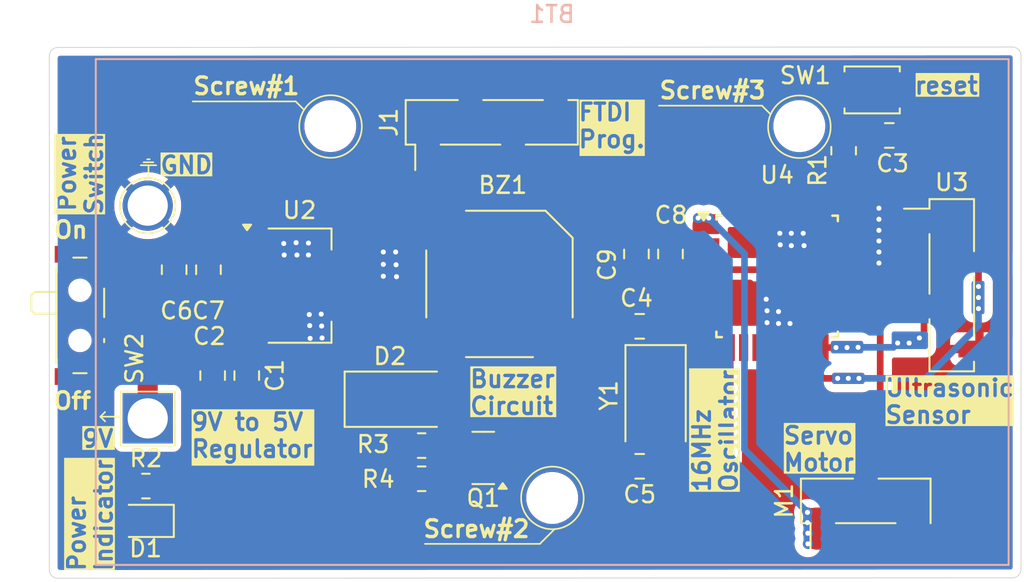
<source format=kicad_pcb>
(kicad_pcb (version 20240108) (generator "pcbnew") (generator_version "8.0")
  (layers (0 "F.Cu" signal) (31 "B.Cu" signal) (34 "B.Paste" user) (35 "F.Paste" user) (36 "B.SilkS" user "B.Silkscreen") (37 "F.SilkS" user "F.Silkscreen") (38 "B.Mask" user) (39 "F.Mask" user) (44 "Edge.Cuts" user))
  (net 0 "")
  (net 1 "Net-(BT1-+)")
  (net 2 "GND")
  (net 3 "+5V")
  (net 4 "+9V")
  (net 5 "/reset")
  (net 6 "/osc1")
  (net 7 "/osc2")
  (net 8 "Net-(D1-A)")
  (net 9 "/RX_FTDI")
  (net 10 "/TX_FTDI")
  (net 11 "/Servo_PWM")
  (net 13 "/ultrasonic_trig")
  (net 14 "/ultrasonic_echo")
  (net 32 "Net-(BZ1--)")
  (net 33 "Net-(Q1-B)")
  (net 34 "/Buzzer_PWM")
  (footprint "Capacitor_SMD:C_0805_2012Metric" (layer "F.Cu") (at 69.1388 51.369 -90)
    (property "Reference" "C1" (at 0 -1.68 90) (layer "F.SilkS"))
    (property "Value" "100n")
    (fp_line (start -0.261252 0.735) (end 0.261252 0.735) (stroke (width 0.12)) (layer "F.SilkS"))
    (fp_line (start -0.261252 -0.735) (end 0.261252 -0.735) (stroke (width 0.12)) (layer "F.SilkS"))
    (pad "1" smd roundrect (at -0.95 0 270) (size 1 1.45) (layers "F.Cu" "F.Paste" "F.Mask") (net 4 "+9V"))
    (pad "2" smd roundrect (at 0.95 0 270) (size 1 1.45) (layers "F.Cu" "F.Paste" "F.Mask") (net 2 "GND"))
  )
  (footprint "Capacitor_SMD:C_0805_2012Metric" (layer "F.Cu") (at 66.8528 45.0494 90)
    (property "Reference" "C7" (at -2.4486 0 180) (layer "F.SilkS"))
    (property "Value" "100n")
    (fp_line (start -0.261252 -0.735) (end 0.261252 -0.735) (stroke (width 0.12)) (layer "F.SilkS"))
    (fp_line (start -0.261252 0.735) (end 0.261252 0.735) (stroke (width 0.12)) (layer "F.SilkS"))
    (pad "1" smd roundrect (at -0.95 0 90) (size 1 1.45) (layers "F.Cu" "F.Paste" "F.Mask") (net 3 "+5V"))
    (pad "2" smd roundrect (at 0.95 0 90) (size 1 1.45) (layers "F.Cu" "F.Paste" "F.Mask") (net 2 "GND"))
  )
  (footprint "Resistor_SMD:R_0805_2012Metric" (layer "F.Cu") (at 63.1186 57.9664)
    (property "Reference" "R2" (at 0 -1.65 0) (layer "F.SilkS"))
    (property "Value" "1K")
    (fp_line (start -0.227064 -0.735) (end 0.227064 -0.735) (stroke (width 0.12)) (layer "F.SilkS"))
    (fp_line (start -0.227064 0.735) (end 0.227064 0.735) (stroke (width 0.12)) (layer "F.SilkS"))
    (pad "1" smd roundrect (at -0.9125 0) (size 1.025 1.4) (layers "F.Cu" "F.Paste" "F.Mask") (roundrect_rratio 0.243902) (net 8 "Net-(D1-A)"))
    (pad "2" smd roundrect (at 0.9125 0) (size 1.025 1.4) (layers "F.Cu" "F.Paste" "F.Mask") (roundrect_rratio 0.243902) (net 3 "+5V"))
  )
  (footprint "Connector_PinHeader_2.54mm:PinHeader_1x03_P2.54mm_Vertical_SMD_Pin1Left" (layer "F.Cu") (at 106.0958 58.8518 90)
    (property "Reference" "M1" (at 0 -4.87 90) (layer "F.SilkS"))
    (property "Value" "Motor_Servo")
    (fp_line (start 1.33 -3.87) (end 1.33 -0.76) (stroke (width 0.12)) (layer "F.SilkS"))
    (fp_line (start -1.33 -3.87) (end 1.33 -3.87) (stroke (width 0.12)) (layer "F.SilkS"))
    (fp_line (start -1.33 -3.87) (end -1.33 -3.3) (stroke (width 0.12)) (layer "F.SilkS"))
    (fp_line (start -1.33 -3.3) (end -2.85 -3.3) (stroke (width 0.12)) (layer "F.SilkS"))
    (fp_line (start -1.33 -1.78) (end -1.33 1.78) (stroke (width 0.12)) (layer "F.SilkS"))
    (fp_line (start 1.33 0.76) (end 1.33 3.87) (stroke (width 0.12)) (layer "F.SilkS"))
    (fp_line (start 1.33 3.3) (end 1.33 3.87) (stroke (width 0.12)) (layer "F.SilkS"))
    (fp_line (start -1.33 3.87) (end 1.33 3.87) (stroke (width 0.12)) (layer "F.SilkS"))
    (pad "1" smd rect (at -1.655 -2.54 90) (size 2.51 1) (layers "F.Cu" "F.Paste" "F.Mask") (net 11 "/Servo_PWM"))
    (pad "2" smd rect (at 1.655 0 90) (size 2.51 1) (layers "F.Cu" "F.Paste" "F.Mask") (net 3 "+5V"))
    (pad "3" smd rect (at -1.655 2.54 90) (size 2.51 1) (layers "F.Cu" "F.Paste" "F.Mask") (net 2 "GND"))
  )
  (footprint "Diode_SMD:D_SMA" (layer "F.Cu") (at 78.4926 52.7812)
    (property "Reference" "D2" (at -0.8062 -2.5654 360) (layer "F.SilkS"))
    (property "Value" "SS14")
    (fp_line (start -3.51 -1.65) (end -3.51 1.65) (stroke (width 0.12)) (layer "F.SilkS"))
    (fp_line (start -3.51 -1.65) (end 2 -1.65) (stroke (width 0.12)) (layer "F.SilkS"))
    (fp_line (start -3.51 1.65) (end 2 1.65) (stroke (width 0.12)) (layer "F.SilkS"))
    (pad "1" smd roundrect (at -2 0) (size 2.5 1.8) (layers "F.Cu" "F.Paste" "F.Mask") (roundrect_rratio 0.1388888889) (net 3 "+5V"))
    (pad "2" smd roundrect (at 2 0) (size 2.5 1.8) (layers "F.Cu" "F.Paste" "F.Mask") (roundrect_rratio 0.1388888889) (net 32 "Net-(BZ1--)"))
  )
  (footprint "Package_TO_SOT_SMD:SOT-23" (layer "F.Cu") (at 83.2589 56.2864 180)
    (property "Reference" "Q1" (at 0 -2.4 360) (layer "F.SilkS"))
    (property "Value" "BC847")
    (fp_line (start 0 1.56) (end 0.65 1.56) (stroke (width 0.12)) (layer "F.SilkS"))
    (fp_line (start 0 1.56) (end -0.65 1.56) (stroke (width 0.12)) (layer "F.SilkS"))
    (fp_line (start 0 -1.56) (end 0.65 -1.56) (stroke (width 0.12)) (layer "F.SilkS"))
    (fp_line (start 0 -1.56) (end -0.65 -1.56) (stroke (width 0.12)) (layer "F.SilkS"))
    (fp_poly (pts (xy -1.1625 -1.51) (xy -1.4025 -1.84) (xy -0.9225 -1.84) (xy -1.1625 -1.51)) (stroke (width 0.12)) (fill solid) (layer "F.SilkS"))
    (pad "1" smd roundrect (at -0.9375 -0.95 180) (size 1.475 0.6) (layers "F.Cu" "F.Paste" "F.Mask") (net 33 "Net-(Q1-B)"))
    (pad "2" smd roundrect (at -0.9375 0.95 180) (size 1.475 0.6) (layers "F.Cu" "F.Paste" "F.Mask") (net 2 "GND"))
    (pad "3" smd roundrect (at 0.9375 0 180) (size 1.475 0.6) (layers "F.Cu" "F.Paste" "F.Mask") (net 32 "Net-(BZ1--)"))
  )
  (footprint "Package_TO_SOT_SMD:SOT-223-3_TabPin2" (layer "F.Cu") (at 72.2884 45.9994)
    (property "Reference" "U2" (at 0 -4.5 360) (layer "F.SilkS"))
    (property "Value" "AMS1117-1.5")
    (fp_line (start -1.85 -3.41) (end 1.91 -3.41) (stroke (width 0.12)) (layer "F.SilkS"))
    (fp_line (start -1.85 3.41) (end 1.91 3.41) (stroke (width 0.12)) (layer "F.SilkS"))
    (fp_line (start 1.91 -3.41) (end 1.91 -2.15) (stroke (width 0.12)) (layer "F.SilkS"))
    (fp_line (start 1.91 3.41) (end 1.91 2.15) (stroke (width 0.12)) (layer "F.SilkS"))
    (fp_poly (pts (xy -3.13 -3.31) (xy -3.37 -3.64) (xy -2.89 -3.64) (xy -3.13 -3.31)) (stroke (width 0.12)) (fill solid) (layer "F.SilkS"))
    (pad "1" smd roundrect (at -3.15 -2.3) (size 2 1.5) (layers "F.Cu" "F.Paste" "F.Mask") (net 2 "GND"))
    (pad "2" smd roundrect (at -3.15 0) (size 2 1.5) (layers "F.Cu" "F.Paste" "F.Mask") (net 3 "+5V"))
    (pad "2" smd roundrect (at 3.15 0) (size 2 3.8) (layers "F.Cu" "F.Paste" "F.Mask") (net 3 "+5V"))
    (pad "3" smd roundrect (at -3.15 2.3) (size 2 1.5) (layers "F.Cu" "F.Paste" "F.Mask") (net 4 "+9V"))
  )
  (footprint "Capacitor_SMD:C_0805_2012Metric" (layer "F.Cu") (at 107.503 37.0332)
    (property "Reference" "C3" (at 0.193 1.6764 360) (layer "F.SilkS"))
    (property "Value" "0.1u")
    (fp_line (start -0.261252 -0.735) (end 0.261252 -0.735) (stroke (width 0.12)) (layer "F.SilkS"))
    (fp_line (start -0.261252 0.735) (end 0.261252 0.735) (stroke (width 0.12)) (layer "F.SilkS"))
    (pad "1" smd roundrect (at -0.95 0) (size 1 1.45) (layers "F.Cu" "F.Paste" "F.Mask") (net 5 "/reset"))
    (pad "2" smd roundrect (at 0.95 0) (size 1 1.45) (layers "F.Cu" "F.Paste" "F.Mask") (net 2 "GND"))
  )
  (footprint "Capacitor_SMD:C_0805_2012Metric" (layer "F.Cu") (at 64.8042 45.0494 90)
    (property "Reference" "C6" (at -2.4486 0.1436 180) (layer "F.SilkS"))
    (property "Value" "10u")
    (fp_line (start -0.261252 -0.735) (end 0.261252 -0.735) (stroke (width 0.12)) (layer "F.SilkS"))
    (fp_line (start -0.261252 0.735) (end 0.261252 0.735) (stroke (width 0.12)) (layer "F.SilkS"))
    (pad "1" smd roundrect (at -0.95 0 90) (size 1 1.45) (layers "F.Cu" "F.Paste" "F.Mask") (net 3 "+5V"))
    (pad "2" smd roundrect (at 0.95 0 90) (size 1 1.45) (layers "F.Cu" "F.Paste" "F.Mask") (net 2 "GND"))
  )
  (footprint "Button_Switch_SMD:SW_SPDT_PCM12" (layer "F.Cu") (at 59.5046 47.7774 -90)
    (property "Reference" "SW2" (at 2.5654 -2.9286 90) (layer "F.SilkS"))
    (property "Value" "SW_SPDT")
    (fp_line (start -1.2 3.23) (end -0.3 3.23) (stroke (width 0.12)) (layer "F.SilkS"))
    (fp_line (start -1.4 3.02) (end -1.2 3.23) (stroke (width 0.12)) (layer "F.SilkS"))
    (fp_line (start -0.1 3.02) (end -0.3 3.23) (stroke (width 0.12)) (layer "F.SilkS"))
    (fp_line (start -0.1 3.02) (end -0.1 1.73) (stroke (width 0.12)) (layer "F.SilkS"))
    (fp_line (start -2.85 1.73) (end 2.85 1.73) (stroke (width 0.12)) (layer "F.SilkS"))
    (fp_line (start -1.4 1.73) (end -1.4 3.02) (stroke (width 0.12)) (layer "F.SilkS"))
    (fp_line (start 3.45 0.72) (end 3.45 -0.07) (stroke (width 0.12)) (layer "F.SilkS"))
    (fp_line (start -3.45 -0.07) (end -3.45 0.72) (stroke (width 0.12)) (layer "F.SilkS"))
    (fp_line (start -1.6 -1.12) (end 0.1 -1.12) (stroke (width 0.12)) (layer "F.SilkS"))
    (fp_line (start 1.4 -1.12) (end 1.6 -1.12) (stroke (width 0.12)) (layer "F.SilkS"))
    (pad "" smd rect (at -3.65 -0.78 270) (size 1 0.8) (layers "F.Cu" "F.Paste" "F.Mask"))
    (pad "" smd rect (at -3.65 1.43 270) (size 1 0.8) (layers "F.Cu" "F.Paste" "F.Mask"))
    (pad "" np_thru_hole circle (at -1.5 0.33 270) (size 0.9 0.9) (drill 0.9) (layers "*.Cu" "*.Mask"))
    (pad "" np_thru_hole circle (at 1.5 0.33 270) (size 0.9 0.9) (drill 0.9) (layers "*.Cu" "*.Mask"))
    (pad "" smd rect (at 3.65 -0.78 270) (size 1 0.8) (layers "F.Cu" "F.Paste" "F.Mask"))
    (pad "" smd rect (at 3.65 1.43 270) (size 1 0.8) (layers "F.Cu" "F.Paste" "F.Mask"))
    (pad "1" smd rect (at -2.25 -1.43 270) (size 0.7 1.5) (layers "F.Cu" "F.Paste" "F.Mask") (net 4 "+9V"))
    (pad "2" smd rect (at 0.75 -1.43 270) (size 0.7 1.5) (layers "F.Cu" "F.Paste" "F.Mask") (net 1 "Net-(BT1-+)"))
    (pad "3" smd rect (at 2.25 -1.43 270) (size 0.7 1.5) (layers "F.Cu" "F.Paste" "F.Mask"))
  )
  (footprint "Capacitor_SMD:C_0805_2012Metric" (layer "F.Cu") (at 92.5982 48.4294 180)
    (property "Reference" "C4" (at 0.193 1.6764 360) (layer "F.SilkS"))
    (property "Value" "22p")
    (fp_line (start -0.261252 0.735) (end 0.261252 0.735) (stroke (width 0.12)) (layer "F.SilkS"))
    (fp_line (start -0.261252 -0.735) (end 0.261252 -0.735) (stroke (width 0.12)) (layer "F.SilkS"))
    (pad "1" smd roundrect (at -0.95 0 180) (size 1 1.45) (layers "F.Cu" "F.Paste" "F.Mask") (net 6 "/osc1"))
    (pad "2" smd roundrect (at 0.95 0 180) (size 1 1.45) (layers "F.Cu" "F.Paste" "F.Mask") (net 2 "GND"))
  )
  (footprint "Connector_PinHeader_2.54mm:PinHeader_1x04_P2.54mm_Vertical_SMD_Pin1Left" (layer "F.Cu") (at 83.7692 36.2498 90)
    (property "Reference" "J1" (at 0 -6.14 90) (layer "F.SilkS"))
    (property "Value" "Conn_01x04")
    (fp_line (start 1.33 -5.14) (end 1.33 -2.03) (stroke (width 0.12)) (layer "F.SilkS"))
    (fp_line (start -1.33 -5.14) (end 1.33 -5.14) (stroke (width 0.12)) (layer "F.SilkS"))
    (fp_line (start -1.33 -5.14) (end -1.33 -4.57) (stroke (width 0.12)) (layer "F.SilkS"))
    (fp_line (start -1.33 -4.57) (end -2.85 -4.57) (stroke (width 0.12)) (layer "F.SilkS"))
    (fp_line (start -1.33 -3.05) (end -1.33 0.51) (stroke (width 0.12)) (layer "F.SilkS"))
    (fp_line (start 1.33 -0.51) (end 1.33 3.05) (stroke (width 0.12)) (layer "F.SilkS"))
    (fp_line (start -1.33 2.03) (end -1.33 5.14) (stroke (width 0.12)) (layer "F.SilkS"))
    (fp_line (start 1.33 4.57) (end 1.33 5.14) (stroke (width 0.12)) (layer "F.SilkS"))
    (fp_line (start -1.33 5.14) (end 1.33 5.14) (stroke (width 0.12)) (layer "F.SilkS"))
    (pad "1" smd rect (at -1.655 -3.81 90) (size 2.51 1) (layers "F.Cu" "F.Paste" "F.Mask") (net 2 "GND"))
    (pad "2" smd rect (at 1.655 -1.27 90) (size 2.51 1) (layers "F.Cu" "F.Paste" "F.Mask") (net 3 "+5V"))
    (pad "3" smd rect (at -1.655 1.27 90) (size 2.51 1) (layers "F.Cu" "F.Paste" "F.Mask") (net 9 "/RX_FTDI"))
    (pad "4" smd rect (at 1.655 3.81 90) (size 2.51 1) (layers "F.Cu" "F.Paste" "F.Mask") (net 10 "/TX_FTDI"))
  )
  (footprint "Resistor_SMD:R_0805_2012Metric" (layer "F.Cu") (at 79.5801 57.531)
    (property "Reference" "R4" (at -2.5927 0.0254 360) (layer "F.SilkS"))
    (property "Value" "1K")
    (fp_line (start -0.227064 -0.735) (end 0.227064 -0.735) (stroke (width 0.12)) (layer "F.SilkS"))
    (fp_line (start -0.227064 0.735) (end 0.227064 0.735) (stroke (width 0.12)) (layer "F.SilkS"))
    (pad "1" smd roundrect (at -0.9125 0) (size 1.025 1.4) (layers "F.Cu" "F.Paste" "F.Mask") (roundrect_rratio 0.243902) (net 34 "/Buzzer_PWM"))
    (pad "2" smd roundrect (at 0.9125 0) (size 1.025 1.4) (layers "F.Cu" "F.Paste" "F.Mask") (roundrect_rratio 0.243902) (net 33 "Net-(Q1-B)"))
  )
  (footprint "Capacitor_SMD:C_0805_2012Metric" (layer "F.Cu") (at 92.5982 56.786 180)
    (property "Reference" "C5" (at 0 -1.68 360) (layer "F.SilkS"))
    (property "Value" "22p")
    (fp_line (start -0.261252 0.735) (end 0.261252 0.735) (stroke (width 0.12)) (layer "F.SilkS"))
    (fp_line (start -0.261252 -0.735) (end 0.261252 -0.735) (stroke (width 0.12)) (layer "F.SilkS"))
    (pad "1" smd roundrect (at -0.95 0 180) (size 1 1.45) (layers "F.Cu" "F.Paste" "F.Mask") (net 7 "/osc2"))
    (pad "2" smd roundrect (at 0.95 0 180) (size 1 1.45) (layers "F.Cu" "F.Paste" "F.Mask") (net 2 "GND"))
  )
  (footprint "Package_QFP:TQFP-32_7x7mm_P0.8mm" (layer "F.Cu") (at 100.8044 45.4472)
    (property "Reference" "U4" (at 0 -6.05 0) (layer "F.SilkS"))
    (property "Value" "ATmega328PB-A")
    (fp_line (start -3.625 -3.625) (end -3.625 -3.4) (stroke (width 0.15)) (layer "F.SilkS"))
    (fp_line (start -3.625 -3.625) (end -3.3 -3.625) (stroke (width 0.15)) (layer "F.SilkS"))
    (fp_line (start -3.625 3.625) (end -3.625 3.3) (stroke (width 0.15)) (layer "F.SilkS"))
    (fp_line (start -3.625 3.625) (end -3.3 3.625) (stroke (width 0.15)) (layer "F.SilkS"))
    (fp_line (start 3.625 -3.625) (end 3.3 -3.625) (stroke (width 0.15)) (layer "F.SilkS"))
    (fp_line (start 3.625 -3.625) (end 3.625 -3.3) (stroke (width 0.15)) (layer "F.SilkS"))
    (fp_line (start 3.625 3.625) (end 3.3 3.625) (stroke (width 0.15)) (layer "F.SilkS"))
    (fp_line (start 3.625 3.625) (end 3.625 3.3) (stroke (width 0.15)) (layer "F.SilkS"))
    (fp_poly (pts (xy -4.39 -3.34) (xy -4.73 -3.81) (xy -4.05 -3.81) (xy -4.39 -3.34)) (stroke (width 0.12)) (fill solid) (layer "F.SilkS"))
    (pad "1" smd rect (at -4.25 -2.8) (size 1.6 0.55) (layers "F.Cu" "F.Paste" "F.Mask") (net 11 "/Servo_PWM"))
    (pad "2" smd rect (at -4.25 -2) (size 1.6 0.55) (layers "F.Cu" "F.Paste" "F.Mask"))
    (pad "3" smd rect (at -4.25 -1.2) (size 1.6 0.55) (layers "F.Cu" "F.Paste" "F.Mask"))
    (pad "4" smd rect (at -4.25 -0.4) (size 1.6 0.55) (layers "F.Cu" "F.Paste" "F.Mask") (net 3 "+5V"))
    (pad "5" smd rect (at -4.25 0.4) (size 1.6 0.55) (layers "F.Cu" "F.Paste" "F.Mask") (net 2 "GND"))
    (pad "6" smd rect (at -4.25 1.2) (size 1.6 0.55) (layers "F.Cu" "F.Paste" "F.Mask"))
    (pad "7" smd rect (at -4.25 2) (size 1.6 0.55) (layers "F.Cu" "F.Paste" "F.Mask") (net 6 "/osc1"))
    (pad "8" smd rect (at -4.25 2.8) (size 1.6 0.55) (layers "F.Cu" "F.Paste" "F.Mask") (net 7 "/osc2"))
    (pad "9" smd rect (at -2.8 4.25 90) (size 1.6 0.55) (layers "F.Cu" "F.Paste" "F.Mask") (net 34 "/Buzzer_PWM"))
    (pad "10" smd rect (at -2 4.25 90) (size 1.6 0.55) (layers "F.Cu" "F.Paste" "F.Mask"))
    (pad "11" smd rect (at -1.2 4.25 90) (size 1.6 0.55) (layers "F.Cu" "F.Paste" "F.Mask"))
    (pad "12" smd rect (at -0.4 4.25 90) (size 1.6 0.55) (layers "F.Cu" "F.Paste" "F.Mask"))
    (pad "13" smd rect (at 0.4 4.25 90) (size 1.6 0.55) (layers "F.Cu" "F.Paste" "F.Mask"))
    (pad "14" smd rect (at 1.2 4.25 90) (size 1.6 0.55) (layers "F.Cu" "F.Paste" "F.Mask"))
    (pad "15" smd rect (at 2 4.25 90) (size 1.6 0.55) (layers "F.Cu" "F.Paste" "F.Mask") (net 13 "/ultrasonic_trig"))
    (pad "16" smd rect (at 2.8 4.25 90) (size 1.6 0.55) (layers "F.Cu" "F.Paste" "F.Mask") (net 14 "/ultrasonic_echo"))
    (pad "17" smd rect (at 4.25 2.8) (size 1.6 0.55) (layers "F.Cu" "F.Paste" "F.Mask"))
    (pad "18" smd rect (at 4.25 2) (size 1.6 0.55) (layers "F.Cu" "F.Paste" "F.Mask") (net 3 "+5V"))
    (pad "19" smd rect (at 4.25 1.2) (size 1.6 0.55) (layers "F.Cu" "F.Paste" "F.Mask"))
    (pad "20" smd rect (at 4.25 0.4) (size 1.6 0.55) (layers "F.Cu" "F.Paste" "F.Mask") (net 3 "+5V"))
    (pad "21" smd rect (at 4.25 -0.4) (size 1.6 0.55) (layers "F.Cu" "F.Paste" "F.Mask") (net 2 "GND"))
    (pad "22" smd rect (at 4.25 -1.2) (size 1.6 0.55) (layers "F.Cu" "F.Paste" "F.Mask"))
    (pad "23" smd rect (at 4.25 -2) (size 1.6 0.55) (layers "F.Cu" "F.Paste" "F.Mask"))
    (pad "24" smd rect (at 4.25 -2.8) (size 1.6 0.55) (layers "F.Cu" "F.Paste" "F.Mask"))
    (pad "25" smd rect (at 2.8 -4.25 90) (size 1.6 0.55) (layers "F.Cu" "F.Paste" "F.Mask"))
    (pad "26" smd rect (at 2 -4.25 90) (size 1.6 0.55) (layers "F.Cu" "F.Paste" "F.Mask"))
    (pad "27" smd rect (at 1.2 -4.25 90) (size 1.6 0.55) (layers "F.Cu" "F.Paste" "F.Mask"))
    (pad "28" smd rect (at 0.4 -4.25 90) (size 1.6 0.55) (layers "F.Cu" "F.Paste" "F.Mask"))
    (pad "29" smd rect (at -0.4 -4.25 90) (size 1.6 0.55) (layers "F.Cu" "F.Paste" "F.Mask") (net 5 "/reset"))
    (pad "30" smd rect (at -1.2 -4.25 90) (size 1.6 0.55) (layers "F.Cu" "F.Paste" "F.Mask") (net 10 "/TX_FTDI"))
    (pad "31" smd rect (at -2 -4.25 90) (size 1.6 0.55) (layers "F.Cu" "F.Paste" "F.Mask") (net 9 "/RX_FTDI"))
    (pad "32" smd rect (at -2.8 -4.25 90) (size 1.6 0.55) (layers "F.Cu" "F.Paste" "F.Mask"))
  )
  (footprint "Capacitor_SMD:C_0805_2012Metric" (layer "F.Cu") (at 92.4052 44.1096 90)
    (property "Reference" "C9" (at -0.6452 -1.7526 90) (layer "F.SilkS"))
    (property "Value" "100n")
    (fp_line (start -0.261252 -0.735) (end 0.261252 -0.735) (stroke (width 0.12)) (layer "F.SilkS"))
    (fp_line (start -0.261252 0.735) (end 0.261252 0.735) (stroke (width 0.12)) (layer "F.SilkS"))
    (pad "1" smd roundrect (at -0.95 0 90) (size 1 1.45) (layers "F.Cu" "F.Paste" "F.Mask") (net 3 "+5V"))
    (pad "2" smd roundrect (at 0.95 0 90) (size 1 1.45) (layers "F.Cu" "F.Paste" "F.Mask") (net 2 "GND"))
  )
  (footprint "Resistor_SMD:R_0805_2012Metric" (layer "F.Cu") (at 79.5801 55.5498)
    (property "Reference" "R3" (at -2.8975 -0.0762 360) (layer "F.SilkS"))
    (property "Value" "1K")
    (fp_line (start -0.227064 -0.735) (end 0.227064 -0.735) (stroke (width 0.12)) (layer "F.SilkS"))
    (fp_line (start -0.227064 0.735) (end 0.227064 0.735) (stroke (width 0.12)) (layer "F.SilkS"))
    (pad "1" smd roundrect (at -0.9125 0) (size 1.025 1.4) (layers "F.Cu" "F.Paste" "F.Mask") (roundrect_rratio 0.243902) (net 3 "+5V"))
    (pad "2" smd roundrect (at 0.9125 0) (size 1.025 1.4) (layers "F.Cu" "F.Paste" "F.Mask") (roundrect_rratio 0.243902) (net 32 "Net-(BZ1--)"))
  )
  (footprint "Capacitor_SMD:C_0805_2012Metric" (layer "F.Cu") (at 67.1024 51.369 -90)
    (property "Reference" "C2" (at -2.347 0.1988 180) (layer "F.SilkS"))
    (property "Value" "10u")
    (fp_line (start -0.261252 0.735) (end 0.261252 0.735) (stroke (width 0.12)) (layer "F.SilkS"))
    (fp_line (start -0.261252 -0.735) (end 0.261252 -0.735) (stroke (width 0.12)) (layer "F.SilkS"))
    (pad "1" smd roundrect (at -0.95 0 270) (size 1 1.45) (layers "F.Cu" "F.Paste" "F.Mask") (net 4 "+9V"))
    (pad "2" smd roundrect (at 0.95 0 270) (size 1 1.45) (layers "F.Cu" "F.Paste" "F.Mask") (net 2 "GND"))
  )
  (footprint "LED_SMD:LED_0805_2012Metric" (layer "F.Cu") (at 63.0986 60.0456 180)
    (property "Reference" "D1" (at 0 -1.65 360) (layer "F.SilkS"))
    (property "Value" "LED")
    (fp_line (start 1 -0.96) (end -1.685 -0.96) (stroke (width 0.12)) (layer "F.SilkS"))
    (fp_line (start -1.685 0.96) (end 1 0.96) (stroke (width 0.12)) (layer "F.SilkS"))
    (fp_line (start -1.685 -0.96) (end -1.685 0.96) (stroke (width 0.12)) (layer "F.SilkS"))
    (pad "1" smd roundrect (at -0.9375 0 180) (size 0.975 1.4) (layers "F.Cu" "F.Paste" "F.Mask") (net 2 "GND"))
    (pad "2" smd roundrect (at 0.9375 0 180) (size 0.975 1.4) (layers "F.Cu" "F.Paste" "F.Mask") (net 8 "Net-(D1-A)"))
  )
  (footprint "Connector_PinHeader_2.54mm:PinHeader_1x04_P2.54mm_Vertical_SMD_Pin1Left" (layer "F.Cu") (at 111.2306 45.974)
    (property "Reference" "U3" (at 0 -6.14 0) (layer "F.SilkS"))
    (property "Value" "~")
    (fp_line (start -1.33 -5.14) (end -1.33 -4.57) (stroke (width 0.12)) (layer "F.SilkS"))
    (fp_line (start -1.33 -5.14) (end 1.33 -5.14) (stroke (width 0.12)) (layer "F.SilkS"))
    (fp_line (start -1.33 -4.57) (end -2.85 -4.57) (stroke (width 0.12)) (layer "F.SilkS"))
    (fp_line (start -1.33 -3.05) (end -1.33 0.51) (stroke (width 0.12)) (layer "F.SilkS"))
    (fp_line (start -1.33 2.03) (end -1.33 5.14) (stroke (width 0.12)) (layer "F.SilkS"))
    (fp_line (start -1.33 5.14) (end 1.33 5.14) (stroke (width 0.12)) (layer "F.SilkS"))
    (fp_line (start 1.33 -5.14) (end 1.33 -2.03) (stroke (width 0.12)) (layer "F.SilkS"))
    (fp_line (start 1.33 -0.51) (end 1.33 3.05) (stroke (width 0.12)) (layer "F.SilkS"))
    (fp_line (start 1.33 4.57) (end 1.33 5.14) (stroke (width 0.12)) (layer "F.SilkS"))
    (pad "1" smd rect (at -1.655 -3.81) (size 2.51 1) (layers "F.Cu" "F.Paste" "F.Mask") (net 3 "+5V"))
    (pad "2" smd rect (at 1.655 -1.27) (size 2.51 1) (layers "F.Cu" "F.Paste" "F.Mask") (net 13 "/ultrasonic_trig"))
    (pad "3" smd rect (at -1.655 1.27) (size 2.51 1) (layers "F.Cu" "F.Paste" "F.Mask") (net 14 "/ultrasonic_echo"))
    (pad "4" smd rect (at 1.655 3.81) (size 2.51 1) (layers "F.Cu" "F.Paste" "F.Mask") (net 2 "GND"))
  )
  (footprint "Button_Switch_SMD:SW_SPST_B3U-1000P" (layer "F.Cu") (at 106.4768 34.3154)
    (property "Reference" "SW1" (at -3.9878 -0.8636 0) (layer "F.SilkS"))
    (property "Value" "SW_Push")
    (fp_line (start -1.65 -1.4) (end 1.65 -1.4) (stroke (width 0.12)) (layer "F.SilkS"))
    (fp_line (start -1.65 -1.1) (end -1.65 -1.4) (stroke (width 0.12)) (layer "F.SilkS"))
    (fp_line (start -1.65 1.1) (end -1.65 1.4) (stroke (width 0.12)) (layer "F.SilkS"))
    (fp_line (start -1.65 1.4) (end 1.65 1.4) (stroke (width 0.12)) (layer "F.SilkS"))
    (fp_line (start 1.65 -1.4) (end 1.65 -1.1) (stroke (width 0.12)) (layer "F.SilkS"))
    (fp_line (start 1.65 1.4) (end 1.65 1.1) (stroke (width 0.12)) (layer "F.SilkS"))
    (pad "1" smd rect (at -1.7 0) (size 0.9 1.7) (layers "F.Cu" "F.Paste" "F.Mask") (net 5 "/reset"))
    (pad "2" smd rect (at 1.7 0) (size 0.9 1.7) (layers "F.Cu" "F.Paste" "F.Mask") (net 2 "GND"))
  )
  (footprint "Resistor_SMD:R_0805_2012Metric" (layer "F.Cu") (at 104.775 37.9457 90)
    (property "Reference" "R1" (at -1.1703 -1.5494 90) (layer "F.SilkS"))
    (property "Value" "10K")
    (fp_line (start -0.227064 -0.735) (end 0.227064 -0.735) (stroke (width 0.12)) (layer "F.SilkS"))
    (fp_line (start -0.227064 0.735) (end 0.227064 0.735) (stroke (width 0.12)) (layer "F.SilkS"))
    (pad "1" smd roundrect (at -0.9125 0 90) (size 1.025 1.4) (layers "F.Cu" "F.Paste" "F.Mask") (roundrect_rratio 0.243902) (net 3 "+5V"))
    (pad "2" smd roundrect (at 0.9125 0 90) (size 1.025 1.4) (layers "F.Cu" "F.Paste" "F.Mask") (roundrect_rratio 0.243902) (net 5 "/reset"))
  )
  (footprint "Buzzer_Beeper:MagneticBuzzer_Kobitone_254-EMB84Q-RO" (layer "F.Cu") (at 84.2264 45.8978)
    (property "Reference" "BZ1" (at 0.2 -5.9 0) (layer "F.SilkS"))
    (property "Value" "Buzzer")
    (fp_line (start -4.37 -2) (end -4.37 2) (stroke (width 0.12)) (layer "F.SilkS"))
    (fp_line (start -2 4.37) (end 2 4.37) (stroke (width 0.12)) (layer "F.SilkS"))
    (fp_line (start 2.75 -4.37) (end -2 -4.37) (stroke (width 0.12)) (layer "F.SilkS"))
    (fp_line (start 2.75 -4.37) (end 4.37 -2.75) (stroke (width 0.12)) (layer "F.SilkS"))
    (fp_line (start 4.37 2) (end 4.37 -2.75) (stroke (width 0.12)) (layer "F.SilkS"))
    (pad "1" smd rect (at -3.7 -3.7 270) (size 2.195 2.195) (layers "F.Cu" "F.Paste" "F.Mask") (net 3 "+5V"))
    (pad "2" smd rect (at -3.7 3.7 270) (size 2.195 2.195) (layers "F.Cu" "F.Paste" "F.Mask") (net 32 "Net-(BZ1--)"))
    (pad "3" smd rect (at 3.7 3.7 270) (size 2.195 2.195) (layers "F.Cu" "F.Paste" "F.Mask"))
  )
  (footprint "Capacitor_SMD:C_0805_2012Metric" (layer "F.Cu") (at 94.4372 44.1096 90)
    (property "Reference" "C8" (at 2.3266 0.0254 180) (layer "F.SilkS"))
    (property "Value" "10u")
    (fp_line (start -0.261252 -0.735) (end 0.261252 -0.735) (stroke (width 0.12)) (layer "F.SilkS"))
    (fp_line (start -0.261252 0.735) (end 0.261252 0.735) (stroke (width 0.12)) (layer "F.SilkS"))
    (pad "1" smd roundrect (at -0.95 0 90) (size 1 1.45) (layers "F.Cu" "F.Paste" "F.Mask") (net 3 "+5V"))
    (pad "2" smd roundrect (at 0.95 0 90) (size 1 1.45) (layers "F.Cu" "F.Paste" "F.Mask") (net 2 "GND"))
  )
  (footprint "Crystal:Crystal_SMD_5032-2Pin_5.0x3.2mm" (layer "F.Cu") (at 93.5482 52.5992 -90)
    (property "Reference" "Y1" (at -0.0466 2.794 90) (layer "F.SilkS"))
    (property "Value" "16MHz")
    (fp_line (start -3.05 1.8) (end 2.7 1.8) (stroke (width 0.12)) (layer "F.SilkS"))
    (fp_line (start -3.05 -1.8) (end -3.05 1.8) (stroke (width 0.12)) (layer "F.SilkS"))
    (fp_line (start 2.7 -1.8) (end -3.05 -1.8) (stroke (width 0.12)) (layer "F.SilkS"))
    (pad "1" smd rect (at -1.85 0 270) (size 2 2.4) (layers "F.Cu" "F.Paste" "F.Mask") (net 6 "/osc1"))
    (pad "2" smd rect (at 1.85 0 270) (size 2 2.4) (layers "F.Cu" "F.Paste" "F.Mask") (net 7 "/osc2"))
  )
  (footprint "Battery:BatteryHolder_Eagle_12BH611-GR" (layer "B.Cu") (at 63.226 53.924 180)
    (property "Reference" "BT1" (at -24.13 24.13 0) (layer "B.SilkS") (effects (justify mirror)))
    (property "Value" "Battery_Cell")
    (fp_line (start 3.1 21.45) (end -51.4 21.45) (stroke (width 0.12)) (layer "B.SilkS"))
    (fp_line (start 3.1 -8.75) (end 3.1 21.45) (stroke (width 0.12)) (layer "B.SilkS"))
    (fp_line (start -51.4 21.45) (end -51.4 -8.75) (stroke (width 0.12)) (layer "B.SilkS"))
    (fp_line (start -51.4 -8.75) (end 3.1 -8.75) (stroke (width 0.12)) (layer "B.SilkS"))
    (pad "" np_thru_hole circle (at -38.9 17.45 180) (size 2.6 2.6) (drill 2.6) (layers "*.Cu" "*.Mask"))
    (pad "" np_thru_hole circle (at -24.15 -4.75 180) (size 2.6 2.6) (drill 2.6) (layers "*.Cu" "*.Mask"))
    (pad "" np_thru_hole circle (at -10.9 17.45 180) (size 2.6 2.6) (drill 2.6) (layers "*.Cu" "*.Mask"))
    (pad "1" thru_hole rect (at 0 0 180) (size 3 3) (drill 2.4) (layers "*.Cu" "*.Mask") (net 1 "Net-(BT1-+)"))
    (pad "2" thru_hole circle (at 0 12.7 180) (size 3 3) (drill 2.4) (layers "*.Cu" "*.Mask") (net 2 "GND"))
  )
  (gr_line (start 60.4012 53.8226) (end 60.6806 53.5432) (stroke (width 0.1)) (layer "F.SilkS"))
  (gr_line (start 63.2714 39.5478) (end 63.2714 38.8112) (stroke (width 0.1)) (layer "F.SilkS"))
  (gr_rect (start 61.6204 52.324) (end 64.8462 55.5498) (stroke (width 0.1)) (fill none) (layer "F.SilkS"))
  (gr_line (start 60.6806 54.102) (end 60.4012 53.8226) (stroke (width 0.1)) (layer "F.SilkS"))
  (gr_line (start 62.9793 38.6334) (end 63.5635 38.6334) (stroke (width 0.1)) (layer "F.SilkS"))
  (gr_line (start 99.8982 35.2552) (end 93.7514 35.2552) (stroke (width 0.1)) (layer "F.SilkS"))
  (gr_circle (center 74.1426 36.4998) (end 75.4634 35.179) (stroke (width 0.1)) (fill none) (layer "F.SilkS"))
  (gr_line (start 87.503 60.5536) (end 86.6394 61.4172) (stroke (width 0.1)) (layer "F.SilkS"))
  (gr_circle (center 102.1334 36.513493) (end 103.4542 35.192693) (stroke (width 0.1)) (fill none) (layer "F.SilkS"))
  (gr_line (start 63.7286 38.8112) (end 63.2714 38.8112) (stroke (width 0.1)) (layer "F.SilkS"))
  (gr_line (start 100.3808 35.7378) (end 99.8982 35.2552) (stroke (width 0.1)) (layer "F.SilkS"))
  (gr_line (start 63.1952 38.4556) (end 63.3476 38.4556) (stroke (width 0.1)) (layer "F.SilkS"))
  (gr_line (start 63.2714 38.8112) (end 62.8142 38.8112) (stroke (width 0.1)) (layer "F.SilkS"))
  (gr_line (start 61.6204 53.8226) (end 60.4012 53.8226) (stroke (width 0.1)) (layer "F.SilkS"))
  (gr_line (start 72.0598 35.0012) (end 65.913 35.0012) (stroke (width 0.1)) (layer "F.SilkS"))
  (gr_line (start 86.6394 61.4172) (end 79.7814 61.4172) (stroke (width 0.1)) (layer "F.SilkS"))
  (gr_circle (center 87.387707 58.674) (end 88.708507 57.3532) (stroke (width 0.1)) (fill none) (layer "F.SilkS"))
  (gr_line (start 72.5424 35.4838) (end 72.0598 35.0012) (stroke (width 0.1)) (layer "F.SilkS"))
  (gr_circle (center 63.2206 41.2242) (end 64.1858 39.878) (stroke (width 0.1)) (fill none) (layer "F.SilkS"))
  (gr_line (start 57.8612 63.47099) (end 114.85519 63.44559) (stroke (width 0.05)) (layer "Edge.Cuts"))
  (gr_arc (start 115.36319 62.93759) (mid 115.2144 63.2968) (end 114.85519 63.44559) (stroke (width 0.05)) (layer "Edge.Cuts"))
  (gr_line (start 57.3532 32.28701) (end 57.3532 62.96299) (stroke (width 0.05)) (layer "Edge.Cuts"))
  (gr_line (start 57.8612 31.77901) (end 114.85519 31.75361) (stroke (width 0.05)) (layer "Edge.Cuts"))
  (gr_arc (start 57.8612 63.47099) (mid 57.50199 63.3222) (end 57.3532 62.96299) (stroke (width 0.05)) (layer "Edge.Cuts"))
  (gr_arc (start 114.85519 31.75361) (mid 115.2144 31.9024) (end 115.36319 32.26161) (stroke (width 0.05)) (layer "Edge.Cuts"))
  (gr_line (start 115.36319 62.93759) (end 115.36319 32.26161) (stroke (width 0.05)) (layer "Edge.Cuts"))
  (gr_arc (start 57.3532 32.28701) (mid 57.50199 31.9278) (end 57.8612 31.77901) (stroke (width 0.05)) (layer "Edge.Cuts"))
  (gr_text "9V" (at 59.2074 55.7276 0) (layer "F.SilkS" knockout) (effects (font (size 1 1) (thickness 0.2) (bold yes)) (justify left bottom)))
  (gr_text "Ultrasonic\nSensor" (at 107.1626 54.3052 0) (layer "F.SilkS" knockout) (effects (font (size 1 1) (thickness 0.2) (bold yes)) (justify left bottom)))
  (gr_text "On" (at 57.531 43.2562 0) (layer "F.SilkS") (effects (font (size 1 1) (thickness 0.2) (bold yes)) (justify left bottom)))
  (gr_text "Screw#3" (at 93.6752 34.925 0) (layer "F.SilkS") (effects (font (size 1 1) (thickness 0.2) (bold yes)) (justify left bottom)))
  (gr_text "Off" (at 57.5056 53.467 0) (layer "F.SilkS") (effects (font (size 1 1) (thickness 0.2) (bold yes)) (justify left bottom)))
  (gr_text "Servo\nMotor" (at 101.092 57.15 0) (layer "F.SilkS" knockout) (effects (font (size 1 1) (thickness 0.2) (bold yes)) (justify left bottom)))
  (gr_text "Power\nSwitch" (at 60.6044 39.3192 90) (layer "F.SilkS" knockout) (effects (font (size 1 1) (thickness 0.2) (bold yes)) (justify bottom)))
  (gr_text "Power\nIndicator" (at 61.1886 63.1444 90) (layer "F.SilkS" knockout) (effects (font (size 1 1) (thickness 0.2) (bold yes)) (justify left bottom)))
  (gr_text "Screw#1" (at 65.8368 34.671 0) (layer "F.SilkS") (effects (font (size 1 1) (thickness 0.2) (bold yes)) (justify left bottom)))
  (gr_text "reset" (at 108.9152 34.6456 0) (layer "F.SilkS" knockout) (effects (font (size 1 1) (thickness 0.2) (bold yes)) (justify left bottom)))
  (gr_text "FTDI\nProg." (at 88.8492 37.846 0) (layer "F.SilkS" knockout) (effects (font (size 1 1) (thickness 0.2) (bold yes)) (justify left bottom)))
  (gr_text "16MHz\nOscillator" (at 98.5012 58.42 90) (layer "F.SilkS" knockout) (effects (font (size 1 1) (thickness 0.2) (bold yes)) (justify left bottom)))
  (gr_text "Buzzer\nCircuit" (at 82.3722 53.7718 0) (layer "F.SilkS" knockout) (effects (font (size 1 1) (thickness 0.2) (bold yes)) (justify left bottom)))
  (gr_text "GND" (at 63.881 39.3954 0) (layer "F.SilkS" knockout) (effects (font (size 1 1) (thickness 0.2) (bold yes)) (justify left bottom)))
  (gr_text "9V to 5V\nRegulator" (at 65.7352 56.3372 0) (layer "F.SilkS" knockout) (effects (font (size 1 1) (thickness 0.2) (bold yes)) (justify left bottom)))
  (gr_text "Screw#2" (at 79.5782 61.1124 0) (layer "F.SilkS") (effects (font (size 1 1) (thickness 0.2) (bold yes)) (justify left bottom)))
  (segment (start 61.7608 48.5274) (end 60.9346 48.5274) (width 1.2) (layer "F.Cu") (net 1))
  (segment (start 63.226 49.9926) (end 61.7608 48.5274) (width 1.2) (layer "F.Cu") (net 1))
  (segment (start 60.9346 48.5274) (end 60.3384 48.5274) (width 1.2) (layer "F.Cu") (net 1))
  (segment (start 63.226 53.924) (end 63.226 49.9926) (width 1.2) (layer "F.Cu") (net 1))
  (segment (start 99.1872 45.8472) (end 100.1522 46.8122) (width 0.4) (layer "F.Cu") (net 2))
  (segment (start 103.8482 45.0472) (end 102.4128 43.6118) (width 0.4) (layer "F.Cu") (net 2))
  (segment (start 105.0544 45.0472) (end 103.8482 45.0472) (width 0.4) (layer "F.Cu") (net 2))
  (segment (start 96.5544 45.8472) (end 99.1872 45.8472) (width 0.4) (layer "F.Cu") (net 2))
  (via (at 101.6508 42.8752) (size 0.6) (drill 0.3) (layers "F.Cu" "B.Cu") (net 2))
  (via (at 100.1522 46.8122) (size 0.6) (drill 0.3) (layers "F.Cu" "B.Cu") (net 2))
  (via (at 106.8832 42.037) (size 0.6) (drill 0.3) (layers "F.Cu" "B.Cu") (net 2))
  (via (at 72.0852 43.434) (size 0.6) (drill 0.3) (layers "F.Cu" "B.Cu") (net 2))
  (via (at 73.6346 49.1236) (size 0.6) (drill 0.3) (layers "F.Cu" "B.Cu") (net 2))
  (via (at 72.136 44.1706) (size 0.6) (drill 0.3) (layers "F.Cu" "B.Cu") (net 2))
  (via (at 101.5746 48.26) (size 0.6) (drill 0.3) (layers "F.Cu" "B.Cu") (net 2))
  (via (at 100.203 47.498) (size 0.6) (drill 0.3) (layers "F.Cu" "B.Cu") (net 2))
  (via (at 78.0542 44.7548) (size 0.6) (drill 0.3) (layers "F.Cu" "B.Cu") (net 2))
  (via (at 106.8832 43.3324) (size 0.6) (drill 0.3) (layers "F.Cu" "B.Cu") (net 2))
  (via (at 101.6508 43.6118) (size 0.6) (drill 0.3) (layers "F.Cu" "B.Cu") (net 2))
  (via (at 100.8888 47.5488) (size 0.6) (drill 0.3) (layers "F.Cu" "B.Cu") (net 2))
  (via (at 73.6092 48.4124) (size 0.6) (drill 0.3) (layers "F.Cu" "B.Cu") (net 2))
  (via (at 100.203 48.2092) (size 0.6) (drill 0.3) (layers "F.Cu" "B.Cu") (net 2))
  (via (at 102.4128 43.6118) (size 0.6) (drill 0.3) (layers "F.Cu" "B.Cu") (net 2))
  (via (at 73.5838 47.7012) (size 0.6) (drill 0.3) (layers "F.Cu" "B.Cu") (net 2))
  (via (at 106.8832 44.6532) (size 0.6) (drill 0.3) (layers "F.Cu" "B.Cu") (net 2))
  (via (at 78.0796 45.466) (size 0.6) (drill 0.3) (layers "F.Cu" "B.Cu") (net 2))
  (via (at 106.8832 43.9928) (size 0.6) (drill 0.3) (layers "F.Cu" "B.Cu") (net 2))
  (via (at 72.898 48.387) (size 0.6) (drill 0.3) (layers "F.Cu" "B.Cu") (net 2))
  (via (at 100.9904 43.561) (size 0.6) (drill 0.3) (layers "F.Cu" "B.Cu") (net 2))
  (via (at 77.2922 45.4406) (size 0.6) (drill 0.3) (layers "F.Cu" "B.Cu") (net 2))
  (via (at 72.8218 44.1706) (size 0.6) (drill 0.3) (layers "F.Cu" "B.Cu") (net 2))
  (via (at 72.8726 47.7266) (size 0.6) (drill 0.3) (layers "F.Cu" "B.Cu") (net 2))
  (via (at 100.965 42.8752) (size 0.6) (drill 0.3) (layers "F.Cu" "B.Cu") (net 2))
  (via (at 72.8218 43.4594) (size 0.6) (drill 0.3) (layers "F.Cu" "B.Cu") (net 2))
  (via (at 78.0288 43.9928) (size 0.6) (drill 0.3) (layers "F.Cu" "B.Cu") (net 2))
  (via (at 77.2922 44.7294) (size 0.6) (drill 0.3) (layers "F.Cu" "B.Cu") (net 2))
  (via (at 77.2922 43.9928) (size 0.6) (drill 0.3) (layers "F.Cu" "B.Cu") (net 2))
  (via (at 100.8888 48.26) (size 0.6) (drill 0.3) (layers "F.Cu" "B.Cu") (net 2))
  (via (at 106.8832 42.6974) (size 0.6) (drill 0.3) (layers "F.Cu" "B.Cu") (net 2))
  (via (at 102.362 42.8752) (size 0.6) (drill 0.3) (layers "F.Cu" "B.Cu") (net 2))
  (via (at 71.374 44.1706) (size 0.6) (drill 0.3) (layers "F.Cu" "B.Cu") (net 2))
  (via (at 106.8832 41.3766) (size 0.6) (drill 0.3) (layers "F.Cu" "B.Cu") (net 2))
  (via (at 72.9234 49.149) (size 0.6) (drill 0.3) (layers "F.Cu" "B.Cu") (net 2))
  (via (at 71.3486 43.4848) (size 0.6) (drill 0.3) (layers "F.Cu" "B.Cu") (net 2))
  (segment (start 92.4052 45.0596) (end 94.4372 45.0596) (width 0.8) (layer "F.Cu") (net 3))
  (segment (start 76.6488 42.1978) (end 80.5264 42.1978) (width 1.6) (layer "F.Cu") (net 3))
  (segment (start 109.5756 43.6118) (end 109.5756 42.164) (width 0.4) (layer "F.Cu") (net 3))
  (segment (start 80.5264 43.6964) (end 80.5264 42.1978) (width 0.8) (layer "F.Cu") (net 3))
  (segment (start 64.8042 45.9994) (end 66.8528 45.9994) (width 0.8) (layer "F.Cu") (net 3))
  (segment (start 81.805 42.1978) (end 80.5264 42.1978) (width 0.8) (layer "F.Cu") (net 3))
  (segment (start 71.628 53.2384) (end 71.628 45.9994) (width 0.8) (layer "F.Cu") (net 3))
  (segment (start 108.3056 40.386) (end 109.5756 41.656) (width 0.8) (layer "F.Cu") (net 3))
  (segment (start 102.6162 45.8472) (end 105.0544 45.8472) (width 0.4) (layer "F.Cu") (net 3))
  (segment (start 75.4384 45.9994) (end 75.4384 51.727) (width 1.6) (layer "F.Cu") (net 3))
  (segment (start 75.4384 43.4082) (end 76.6488 42.1978) (width 1.6) (layer "F.Cu") (net 3))
  (segment (start 99.8728 45.0472) (end 101.8162 45.0472) (width 0.4) (layer "F.Cu") (net 3))
  (segment (start 105.3338 40.386) (end 108.3056 40.386) (width 0.8) (layer "F.Cu") (net 3))
  (segment (start 105.0544 45.8472) (end 107.3402 45.8472) (width 0.4) (layer "F.Cu") (net 3))
  (segment (start 75.4384 51.727) (end 76.4926 52.7812) (width 1.6) (layer "F.Cu") (net 3))
  (segment (start 105.0544 47.4472) (end 106.2544 47.4472) (width 0.4) (layer "F.Cu") (net 3))
  (segment (start 96.5544 45.0472) (end 99.8728 45.0472) (width 0.4) (layer "F.Cu") (net 3))
  (segment (start 106.0958 55.245) (end 106.0958 57.1968) (width 0.4) (layer "F.Cu") (net 3))
  (segment (start 102.2728 47.4472) (end 99.8728 45.0472) (width 0.4) (layer "F.Cu") (net 3))
  (segment (start 71.628 45.9994) (end 69.1384 45.9994) (width 1.6) (layer "F.Cu") (net 3))
  (segment (start 104.775 39.8272) (end 105.3338 40.386) (width 0.8) (layer "F.Cu") (net 3))
  (segment (start 82.4992 41.5036) (end 81.805 42.1978) (width 0.8) (layer "F.Cu") (net 3))
  (segment (start 75.4384 45.9994) (end 71.628 45.9994) (width 1.6) (layer "F.Cu") (net 3))
  (segment (start 81.8896 45.0596) (end 80.5264 43.6964) (width 0.8) (layer "F.Cu") (net 3))
  (segment (start 96.5544 45.0472) (end 94.4496 45.0472) (width 0.4) (layer "F.Cu") (net 3))
  (segment (start 104.775 38.8582) (end 104.775 39.8272) (width 0.8) (layer "F.Cu") (net 3))
  (segment (start 78.6676 55.5498) (end 78.6676 54.9562) (width 0.8) (layer "F.Cu") (net 3))
  (segment (start 75.4384 45.9994) (end 75.4384 43.4082) (width 1.6) (layer "F.Cu") (net 3))
  (segment (start 66.8528 45.9994) (end 69.1384 45.9994) (width 0.8) (layer "F.Cu") (net 3))
  (segment (start 106.9594 48.1522) (end 106.9594 54.3814) (width 0.4) (layer "F.Cu") (net 3))
  (segment (start 78.6676 54.9562) (end 76.4926 52.7812) (width 0.8) (layer "F.Cu") (net 3))
  (segment (start 82.4992 34.5948) (end 82.4992 41.5036) (width 0.8) (layer "F.Cu") (net 3))
  (segment (start 94.4496 45.0472) (end 94.4372 45.0596) (width 0.4) (layer "F.Cu") (net 3))
  (segment (start 101.8162 45.0472) (end 102.6162 45.8472) (width 0.4) (layer "F.Cu") (net 3))
  (segment (start 64.0311 57.9664) (end 66.9 57.9664) (width 0.8) (layer "F.Cu") (net 3))
  (segment (start 66.9 57.9664) (end 71.628 53.2384) (width 0.8) (layer "F.Cu") (net 3))
  (segment (start 107.3402 45.8472) (end 109.5756 43.6118) (width 0.4) (layer "F.Cu") (net 3))
  (segment (start 92.4052 45.0596) (end 81.8896 45.0596) (width 0.8) (layer "F.Cu") (net 3))
  (segment (start 106.2544 47.4472) (end 106.9594 48.1522) (width 0.4) (layer "F.Cu") (net 3))
  (segment (start 109.5756 41.656) (end 109.5756 42.164) (width 0.8) (layer "F.Cu") (net 3))
  (segment (start 106.9594 54.3814) (end 106.0958 55.245) (width 0.4) (layer "F.Cu") (net 3))
  (segment (start 105.0544 47.4472) (end 102.2728 47.4472) (width 0.4) (layer "F.Cu") (net 3))
  (segment (start 69.1384 50.4186) (end 69.1388 50.419) (width 0.8) (layer "F.Cu") (net 4))
  (segment (start 61.6564 45.5274) (end 64.4284 48.2994) (width 1.2) (layer "F.Cu") (net 4))
  (segment (start 64.4284 48.2994) (end 69.1384 48.2994) (width 1.2) (layer "F.Cu") (net 4))
  (segment (start 69.1388 50.419) (end 67.1024 50.419) (width 0.8) (layer "F.Cu") (net 4))
  (segment (start 69.1384 48.2994) (end 69.1384 50.4186) (width 0.8) (layer "F.Cu") (net 4))
  (segment (start 60.9346 45.5274) (end 60.4372 45.5274) (width 1.2) (layer "F.Cu") (net 4))
  (segment (start 60.9346 45.5274) (end 61.6564 45.5274) (width 1.2) (layer "F.Cu") (net 4))
  (segment (start 104.775 37.0332) (end 106.553 37.0332) (width 0.8) (layer "F.Cu") (net 5))
  (segment (start 104.7768 37.0314) (end 104.775 37.0332) (width 0.8) (layer "F.Cu") (net 5))
  (segment (start 102.8954 38.7096) (end 104.5718 37.0332) (width 0.4) (layer "F.Cu") (net 5))
  (segment (start 104.7768 34.3154) (end 104.7768 37.0314) (width 0.8) (layer "F.Cu") (net 5))
  (segment (start 100.4044 41.1972) (end 100.4044 39.6766) (width 0.4) (layer "F.Cu") (net 5))
  (segment (start 101.3714 38.7096) (end 102.8954 38.7096) (width 0.4) (layer "F.Cu") (net 5))
  (segment (start 104.5718 37.0332) (end 104.775 37.0332) (width 0.4) (layer "F.Cu") (net 5))
  (segment (start 100.4044 39.6766) (end 101.3714 38.7096) (width 0.4) (layer "F.Cu") (net 5))
  (segment (start 94.5304 47.4472) (end 93.5482 48.4294) (width 0.4) (layer "F.Cu") (net 6))
  (segment (start 96.5544 47.4472) (end 94.5304 47.4472) (width 0.4) (layer "F.Cu") (net 6))
  (segment (start 93.5482 50.7492) (end 93.5482 48.4294) (width 0.8) (layer "F.Cu") (net 6))
  (segment (start 96.5544 53.3056) (end 95.4108 54.4492) (width 0.4) (layer "F.Cu") (net 7))
  (segment (start 93.5482 56.786) (end 93.5482 54.4492) (width 0.8) (layer "F.Cu") (net 7))
  (segment (start 95.4108 54.4492) (end 93.5482 54.4492) (width 0.4) (layer "F.Cu") (net 7))
  (segment (start 96.5544 48.2472) (end 96.5544 53.3056) (width 0.4) (layer "F.Cu") (net 7))
  (segment (start 62.2061 60.0006) (end 62.1611 60.0456) (width 0.8) (layer "F.Cu") (net 8))
  (segment (start 62.2061 57.9664) (end 62.2061 60.0006) (width 0.8) (layer "F.Cu") (net 8))
  (segment (start 98.8044 41.1972) (end 98.8044 39.851) (width 0.4) (layer "F.Cu") (net 9))
  (segment (start 96.8582 37.9048) (end 85.0392 37.9048) (width 0.4) (layer "F.Cu") (net 9))
  (segment (start 98.8044 39.851) (end 96.8582 37.9048) (width 0.4) (layer "F.Cu") (net 9))
  (segment (start 99.6044 38.0094) (end 96.1898 34.5948) (width 0.4) (layer "F.Cu") (net 10))
  (segment (start 99.6044 41.1972) (end 99.6044 38.0094) (width 0.4) (layer "F.Cu") (net 10))
  (segment (start 96.1898 34.5948) (end 87.5792 34.5948) (width 0.4) (layer "F.Cu") (net 10))
  (via (at 102.6414 60.7822) (size 0.6) (drill 0.3) (layers "F.Cu" "B.Cu") (net 11))
  (via (at 96.7232 41.9608) (size 0.6) (drill 0.3) (layers "F.Cu" "B.Cu") (net 11))
  (via (at 102.616 60.1472) (size 0.6) (drill 0.3) (layers "F.Cu" "B.Cu") (net 11))
  (via (at 102.616 59.5376) (size 0.6) (drill 0.3) (layers "F.Cu" "B.Cu") (net 11))
  (via (at 96.0882 41.9608) (size 0.6) (drill 0.3) (layers "F.Cu" "B.Cu") (net 11))
  (via (at 102.6414 61.4172) (size 0.6) (drill 0.3) (layers "F.Cu" "B.Cu") (net 11))
  (segment (start 98.8568 55.7784) (end 102.616 59.5376) (width 0.4) (layer "B.Cu") (net 11))
  (segment (start 96.7232 41.9608) (end 98.8568 44.0944) (width 0.4) (layer "B.Cu") (net 11))
  (segment (start 98.8568 44.0944) (end 98.8568 55.7784) (width 0.4) (layer "B.Cu") (net 11))
  (segment (start 103.5688 51.5366) (end 102.8044 50.7722) (width 0.4) (layer "F.Cu") (net 13))
  (segment (start 104.4194 51.5366) (end 103.5688 51.5366) (width 0.4) (layer "F.Cu") (net 13))
  (segment (start 112.8268 44.7628) (end 112.8856 44.704) (width 0.4) (layer "F.Cu") (net 13))
  (segment (start 102.8044 50.7722) (end 102.8044 49.6972) (width 0.4) (layer "F.Cu") (net 13))
  (segment (start 105.0544 51.5366) (end 105.6894 51.5366) (width 0.4) (layer "F.Cu") (net 13))
  (segment (start 112.8268 46.0502) (end 112.8268 44.7628) (width 0.4) (layer "F.Cu") (net 13))
  (segment (start 104.4194 51.5366) (end 105.0544 51.5366) (width 0.4) (layer "F.Cu") (net 13))
  (via (at 112.8268 46.0502) (size 0.6) (drill 0.3) (layers "F.Cu" "B.Cu") (net 13))
  (via (at 105.0544 51.5366) (size 0.6) (drill 0.3) (layers "F.Cu" "B.Cu") (net 13))
  (via (at 112.8268 46.7106) (size 0.6) (drill 0.3) (layers "F.Cu" "B.Cu") (net 13))
  (via (at 112.8268 47.371) (size 0.6) (drill 0.3) (layers "F.Cu" "B.Cu") (net 13))
  (via (at 104.4194 51.5366) (size 0.6) (drill 0.3) (layers "F.Cu" "B.Cu") (net 13))
  (via (at 105.6894 51.5366) (size 0.6) (drill 0.3) (layers "F.Cu" "B.Cu") (net 13))
  (segment (start 112.3442 48.8696) (end 112.8268 48.387) (width 0.4) (layer "B.Cu") (net 13))
  (segment (start 109.6772 51.5366) (end 112.3442 48.8696) (width 0.4) (layer "B.Cu") (net 13))
  (segment (start 105.6894 51.5366) (end 109.6772 51.5366) (width 0.4) (layer "B.Cu") (net 13))
  (segment (start 112.8268 46.7106) (end 112.8268 46.0502) (width 0.4) (layer "B.Cu") (net 13))
  (segment (start 112.8268 47.371) (end 112.8268 46.7106) (width 0.4) (layer "B.Cu") (net 13))
  (segment (start 112.8268 48.387) (end 112.8268 47.371) (width 0.4) (layer "B.Cu") (net 13))
  (segment (start 108.0008 49.4284) (end 108.6866 49.4284) (width 0.4) (layer "F.Cu") (net 14))
  (segment (start 105.6238 49.6972) (end 104.9782 49.6972) (width 0.4) (layer "F.Cu") (net 14))
  (segment (start 104.3178 49.6972) (end 104.9782 49.6972) (width 0.4) (layer "F.Cu") (net 14))
  (segment (start 105.6386 49.6824) (end 105.6238 49.6972) (width 0.4) (layer "F.Cu") (net 14))
  (segment (start 108.9914 49.4284) (end 109.2962 49.1236) (width 0.4) (layer "F.Cu") (net 14))
  (segment (start 109.2962 49.1236) (end 109.5756 48.8442) (width 0.4) (layer "F.Cu") (net 14))
  (segment (start 109.5756 48.8442) (end 109.5756 47.244) (width 0.4) (layer "F.Cu") (net 14))
  (segment (start 108.6866 49.4284) (end 108.9914 49.4284) (width 0.4) (layer "F.Cu") (net 14))
  (segment (start 103.6044 49.6972) (end 104.3178 49.6972) (width 0.4) (layer "F.Cu") (net 14))
  (via (at 104.3178 49.6972) (size 0.6) (drill 0.3) (layers "F.Cu" "B.Cu") (net 14))
  (via (at 104.9782 49.6972) (size 0.6) (drill 0.3) (layers "F.Cu" "B.Cu") (net 14))
  (via (at 105.6386 49.6824) (size 0.6) (drill 0.3) (layers "F.Cu" "B.Cu") (net 14))
  (via (at 109.2962 49.1236) (size 0.6) (drill 0.3) (layers "F.Cu" "B.Cu") (net 14))
  (via (at 108.0008 49.4284) (size 0.6) (drill 0.3) (layers "F.Cu" "B.Cu") (net 14))
  (via (at 108.6866 49.4284) (size 0.6) (drill 0.3) (layers "F.Cu" "B.Cu") (net 14))
  (segment (start 105.6386 49.6824) (end 107.7468 49.6824) (width 0.4) (layer "B.Cu") (net 14))
  (segment (start 107.7468 49.6824) (end 108.0008 49.4284) (width 0.4) (layer "B.Cu") (net 14))
  (segment (start 80.5264 49.5978) (end 80.5264 52.7474) (width 0.8) (layer "F.Cu") (net 32))
  (segment (start 80.5264 52.7474) (end 80.4926 52.7812) (width 0.8) (layer "F.Cu") (net 32))
  (segment (start 82.1182 55.5498) (end 80.4926 55.5498) (width 0.4) (layer "F.Cu") (net 32))
  (segment (start 82.3214 55.753) (end 82.1182 55.5498) (width 0.4) (layer "F.Cu") (net 32))
  (segment (start 80.4926 52.7812) (end 80.4926 55.5498) (width 0.8) (layer "F.Cu") (net 32))
  (segment (start 82.3214 56.2864) (end 82.3214 55.753) (width 0.4) (layer "F.Cu") (net 32))
  (segment (start 80.4926 57.531) (end 81.407 57.531) (width 0.4) (layer "F.Cu") (net 33))
  (segment (start 83.5914 58.3692) (end 84.1964 57.7642) (width 0.4) (layer "F.Cu") (net 33))
  (segment (start 82.2452 58.3692) (end 83.5914 58.3692) (width 0.4) (layer "F.Cu") (net 33))
  (segment (start 84.1964 57.7642) (end 84.1964 57.2364) (width 0.4) (layer "F.Cu") (net 33))
  (segment (start 81.407 57.531) (end 82.2452 58.3692) (width 0.4) (layer "F.Cu") (net 33))
  (segment (start 80.8736 61.1124) (end 78.6676 58.9064) (width 0.4) (layer "F.Cu") (net 34))
  (segment (start 78.6676 58.9064) (end 78.6676 57.531) (width 0.4) (layer "F.Cu") (net 34))
  (segment (start 98.0044 49.6972) (end 98.0044 56.3768) (width 0.4) (layer "F.Cu") (net 34))
  (segment (start 93.2688 61.1124) (end 80.8736 61.1124) (width 0.4) (layer "F.Cu") (net 34))
  (segment (start 98.0044 56.3768) (end 93.2688 61.1124) (width 0.4) (layer "F.Cu") (net 34))
  (zone (net 14) (net_name "/ultrasonic_echo") (layers "F&B.Cu") (priority 4) (connect_pads yes (clearance 0.5)) (min_thickness 0.25) (fill yes (thermal_gap 0.5) (thermal_bridge_width 0.5))
    (polygon (pts (xy 107.6452 49.784) (xy 109.8042 49.784) (xy 109.8042 48.7426) (xy 107.6452 48.7426)))
  )
  (zone (net 11) (net_name "/Servo_PWM") (layers "F&B.Cu") (priority 1) (connect_pads yes (clearance 0.5)) (min_thickness 0.25) (fill yes (thermal_gap 0.5) (thermal_bridge_width 0.5))
    (polygon (pts (xy 95.758 42.926) (xy 97.3582 42.926) (xy 97.3582 41.6306) (xy 95.758 41.6306)))
  )
  (zone (net 11) (net_name "/Servo_PWM") (layers "F&B.Cu") (connect_pads yes (clearance 0.5)) (min_thickness 0.25) (fill yes (thermal_gap 0.5) (thermal_bridge_width 0.5))
    (polygon (pts (xy 102.1588 59.2328) (xy 102.1588 61.7728) (xy 104.0638 61.7728) (xy 104.0638 59.2328)))
  )
  (zone (net 2) (net_name "GND") (layers "F&B.Cu") (priority 2) (connect_pads (clearance 0.5)) (min_thickness 0.25) (fill yes (thermal_gap 0.5) (thermal_bridge_width 0.5))
    (polygon (pts (xy 56.9214 31.5976) (xy 115.4684 31.7754) (xy 115.5446 63.7032) (xy 56.9976 63.6524)))
  )
  (zone (net 13) (net_name "/ultrasonic_trig") (layers "F&B.Cu") (priority 6) (connect_pads yes (clearance 0.5)) (min_thickness 0.25) (fill yes (thermal_gap 0.5) (thermal_bridge_width 0.5))
    (polygon (pts (xy 104.0892 51.2064) (xy 104.0892 51.8668) (xy 106.0196 51.8668) (xy 106.0196 51.2064)))
  )
  (zone (net 13) (net_name "/ultrasonic_trig") (layers "F&B.Cu") (priority 3) (connect_pads yes (clearance 0.5)) (min_thickness 0.25) (fill yes (thermal_gap 0.5) (thermal_bridge_width 0.5))
    (polygon (pts (xy 112.4204 45.72) (xy 113.1824 45.72) (xy 113.1824 47.7012) (xy 112.4204 47.7012)))
  )
  (zone (net 14) (net_name "/ultrasonic_echo") (layers "F&B.Cu") (priority 5) (connect_pads yes (clearance 0.5)) (min_thickness 0.25) (fill yes (thermal_gap 0.5) (thermal_bridge_width 0.5))
    (polygon (pts (xy 104.013 49.3014) (xy 104.013 50.038) (xy 105.9434 50.038) (xy 105.9434 49.3014)))
  )
)
</source>
